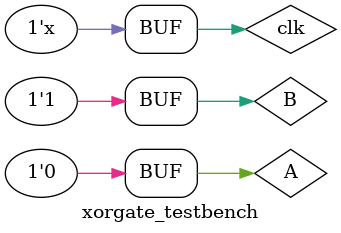
<source format=v>
`timescale 1 ps / 1 ps

module xorgate_testbench();

reg A;
reg B;
wire Out;
	
	reg clk;
	
	xor_gate TB(.A(A) , .B(B) , .out(Out));
	
	always 
		begin 
			#2 clk = ~clk;
		end
	
	initial 
		begin 
			A = 32'd0;
			B = 32'd0;
			
			#5 A = 1'b0;
				B = 1'b1;
		end


endmodule
		
</source>
